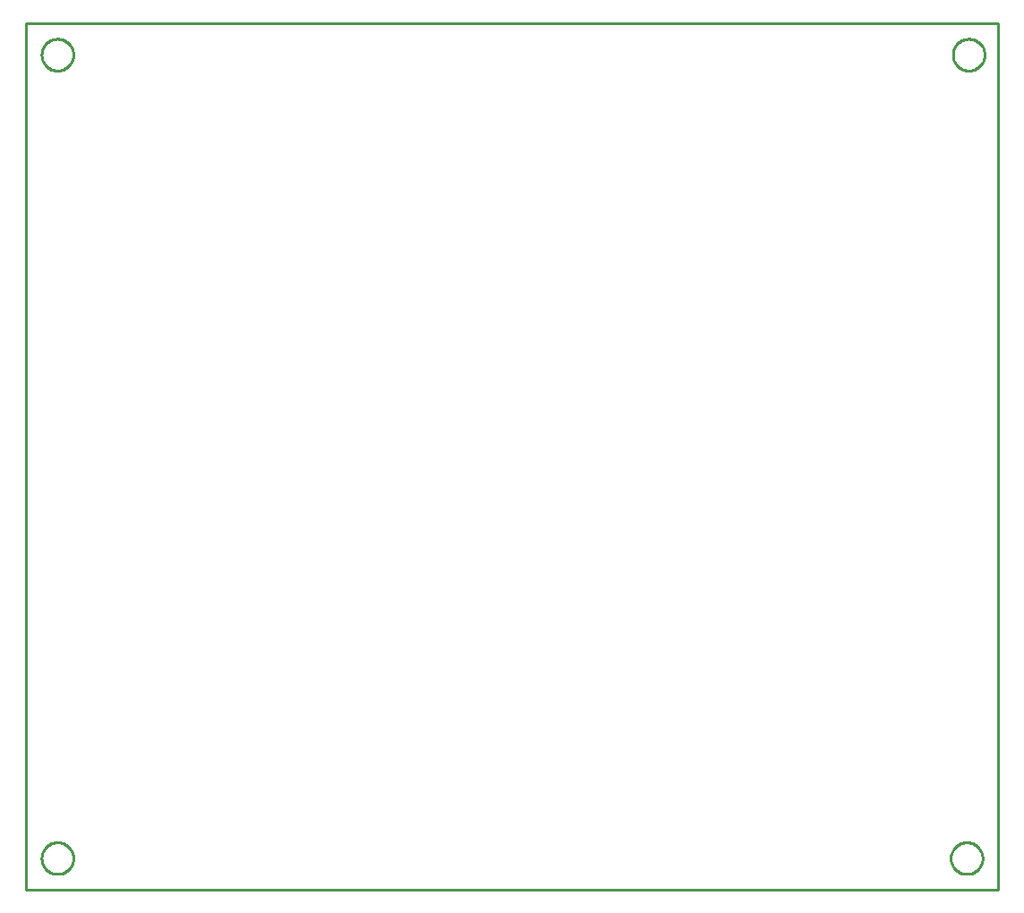
<source format=gbr>
G04 EAGLE Gerber X2 export*
%TF.Part,Single*%
%TF.FileFunction,Profile,NP*%
%TF.FilePolarity,Positive*%
%TF.GenerationSoftware,Autodesk,EAGLE,9.0.0*%
%TF.CreationDate,2019-09-24T12:48:38Z*%
G75*
%MOMM*%
%FSLAX34Y34*%
%LPD*%
%AMOC8*
5,1,8,0,0,1.08239X$1,22.5*%
G01*
%ADD10C,0.254000*%


D10*
X120000Y-20000D02*
X1040000Y-20000D01*
X1040000Y800000D01*
X120000Y800000D01*
X120000Y-20000D01*
X165000Y769464D02*
X164924Y768396D01*
X164771Y767335D01*
X164543Y766288D01*
X164241Y765260D01*
X163867Y764256D01*
X163422Y763281D01*
X162908Y762341D01*
X162329Y761440D01*
X161687Y760582D01*
X160985Y759772D01*
X160228Y759015D01*
X159418Y758313D01*
X158560Y757671D01*
X157659Y757092D01*
X156719Y756578D01*
X155744Y756133D01*
X154740Y755759D01*
X153712Y755457D01*
X152665Y755229D01*
X151604Y755076D01*
X150536Y755000D01*
X149464Y755000D01*
X148396Y755076D01*
X147335Y755229D01*
X146288Y755457D01*
X145260Y755759D01*
X144256Y756133D01*
X143281Y756578D01*
X142341Y757092D01*
X141440Y757671D01*
X140582Y758313D01*
X139772Y759015D01*
X139015Y759772D01*
X138313Y760582D01*
X137671Y761440D01*
X137092Y762341D01*
X136578Y763281D01*
X136133Y764256D01*
X135759Y765260D01*
X135457Y766288D01*
X135229Y767335D01*
X135076Y768396D01*
X135000Y769464D01*
X135000Y770536D01*
X135076Y771604D01*
X135229Y772665D01*
X135457Y773712D01*
X135759Y774740D01*
X136133Y775744D01*
X136578Y776719D01*
X137092Y777659D01*
X137671Y778560D01*
X138313Y779418D01*
X139015Y780228D01*
X139772Y780985D01*
X140582Y781687D01*
X141440Y782329D01*
X142341Y782908D01*
X143281Y783422D01*
X144256Y783867D01*
X145260Y784241D01*
X146288Y784543D01*
X147335Y784771D01*
X148396Y784924D01*
X149464Y785000D01*
X150536Y785000D01*
X151604Y784924D01*
X152665Y784771D01*
X153712Y784543D01*
X154740Y784241D01*
X155744Y783867D01*
X156719Y783422D01*
X157659Y782908D01*
X158560Y782329D01*
X159418Y781687D01*
X160228Y780985D01*
X160985Y780228D01*
X161687Y779418D01*
X162329Y778560D01*
X162908Y777659D01*
X163422Y776719D01*
X163867Y775744D01*
X164241Y774740D01*
X164543Y773712D01*
X164771Y772665D01*
X164924Y771604D01*
X165000Y770536D01*
X165000Y769464D01*
X165000Y9464D02*
X164924Y8396D01*
X164771Y7335D01*
X164543Y6288D01*
X164241Y5260D01*
X163867Y4256D01*
X163422Y3281D01*
X162908Y2341D01*
X162329Y1440D01*
X161687Y582D01*
X160985Y-228D01*
X160228Y-985D01*
X159418Y-1687D01*
X158560Y-2329D01*
X157659Y-2908D01*
X156719Y-3422D01*
X155744Y-3867D01*
X154740Y-4241D01*
X153712Y-4543D01*
X152665Y-4771D01*
X151604Y-4924D01*
X150536Y-5000D01*
X149464Y-5000D01*
X148396Y-4924D01*
X147335Y-4771D01*
X146288Y-4543D01*
X145260Y-4241D01*
X144256Y-3867D01*
X143281Y-3422D01*
X142341Y-2908D01*
X141440Y-2329D01*
X140582Y-1687D01*
X139772Y-985D01*
X139015Y-228D01*
X138313Y582D01*
X137671Y1440D01*
X137092Y2341D01*
X136578Y3281D01*
X136133Y4256D01*
X135759Y5260D01*
X135457Y6288D01*
X135229Y7335D01*
X135076Y8396D01*
X135000Y9464D01*
X135000Y10536D01*
X135076Y11604D01*
X135229Y12665D01*
X135457Y13712D01*
X135759Y14740D01*
X136133Y15744D01*
X136578Y16719D01*
X137092Y17659D01*
X137671Y18560D01*
X138313Y19418D01*
X139015Y20228D01*
X139772Y20985D01*
X140582Y21687D01*
X141440Y22329D01*
X142341Y22908D01*
X143281Y23422D01*
X144256Y23867D01*
X145260Y24241D01*
X146288Y24543D01*
X147335Y24771D01*
X148396Y24924D01*
X149464Y25000D01*
X150536Y25000D01*
X151604Y24924D01*
X152665Y24771D01*
X153712Y24543D01*
X154740Y24241D01*
X155744Y23867D01*
X156719Y23422D01*
X157659Y22908D01*
X158560Y22329D01*
X159418Y21687D01*
X160228Y20985D01*
X160985Y20228D01*
X161687Y19418D01*
X162329Y18560D01*
X162908Y17659D01*
X163422Y16719D01*
X163867Y15744D01*
X164241Y14740D01*
X164543Y13712D01*
X164771Y12665D01*
X164924Y11604D01*
X165000Y10536D01*
X165000Y9464D01*
X1027000Y769464D02*
X1026924Y768396D01*
X1026771Y767335D01*
X1026543Y766288D01*
X1026241Y765260D01*
X1025867Y764256D01*
X1025422Y763281D01*
X1024908Y762341D01*
X1024329Y761440D01*
X1023687Y760582D01*
X1022985Y759772D01*
X1022228Y759015D01*
X1021418Y758313D01*
X1020560Y757671D01*
X1019659Y757092D01*
X1018719Y756578D01*
X1017744Y756133D01*
X1016740Y755759D01*
X1015712Y755457D01*
X1014665Y755229D01*
X1013604Y755076D01*
X1012536Y755000D01*
X1011464Y755000D01*
X1010396Y755076D01*
X1009335Y755229D01*
X1008288Y755457D01*
X1007260Y755759D01*
X1006256Y756133D01*
X1005281Y756578D01*
X1004341Y757092D01*
X1003440Y757671D01*
X1002582Y758313D01*
X1001772Y759015D01*
X1001015Y759772D01*
X1000313Y760582D01*
X999671Y761440D01*
X999092Y762341D01*
X998578Y763281D01*
X998133Y764256D01*
X997759Y765260D01*
X997457Y766288D01*
X997229Y767335D01*
X997076Y768396D01*
X997000Y769464D01*
X997000Y770536D01*
X997076Y771604D01*
X997229Y772665D01*
X997457Y773712D01*
X997759Y774740D01*
X998133Y775744D01*
X998578Y776719D01*
X999092Y777659D01*
X999671Y778560D01*
X1000313Y779418D01*
X1001015Y780228D01*
X1001772Y780985D01*
X1002582Y781687D01*
X1003440Y782329D01*
X1004341Y782908D01*
X1005281Y783422D01*
X1006256Y783867D01*
X1007260Y784241D01*
X1008288Y784543D01*
X1009335Y784771D01*
X1010396Y784924D01*
X1011464Y785000D01*
X1012536Y785000D01*
X1013604Y784924D01*
X1014665Y784771D01*
X1015712Y784543D01*
X1016740Y784241D01*
X1017744Y783867D01*
X1018719Y783422D01*
X1019659Y782908D01*
X1020560Y782329D01*
X1021418Y781687D01*
X1022228Y780985D01*
X1022985Y780228D01*
X1023687Y779418D01*
X1024329Y778560D01*
X1024908Y777659D01*
X1025422Y776719D01*
X1025867Y775744D01*
X1026241Y774740D01*
X1026543Y773712D01*
X1026771Y772665D01*
X1026924Y771604D01*
X1027000Y770536D01*
X1027000Y769464D01*
X1025000Y9464D02*
X1024924Y8396D01*
X1024771Y7335D01*
X1024543Y6288D01*
X1024241Y5260D01*
X1023867Y4256D01*
X1023422Y3281D01*
X1022908Y2341D01*
X1022329Y1440D01*
X1021687Y582D01*
X1020985Y-228D01*
X1020228Y-985D01*
X1019418Y-1687D01*
X1018560Y-2329D01*
X1017659Y-2908D01*
X1016719Y-3422D01*
X1015744Y-3867D01*
X1014740Y-4241D01*
X1013712Y-4543D01*
X1012665Y-4771D01*
X1011604Y-4924D01*
X1010536Y-5000D01*
X1009464Y-5000D01*
X1008396Y-4924D01*
X1007335Y-4771D01*
X1006288Y-4543D01*
X1005260Y-4241D01*
X1004256Y-3867D01*
X1003281Y-3422D01*
X1002341Y-2908D01*
X1001440Y-2329D01*
X1000582Y-1687D01*
X999772Y-985D01*
X999015Y-228D01*
X998313Y582D01*
X997671Y1440D01*
X997092Y2341D01*
X996578Y3281D01*
X996133Y4256D01*
X995759Y5260D01*
X995457Y6288D01*
X995229Y7335D01*
X995076Y8396D01*
X995000Y9464D01*
X995000Y10536D01*
X995076Y11604D01*
X995229Y12665D01*
X995457Y13712D01*
X995759Y14740D01*
X996133Y15744D01*
X996578Y16719D01*
X997092Y17659D01*
X997671Y18560D01*
X998313Y19418D01*
X999015Y20228D01*
X999772Y20985D01*
X1000582Y21687D01*
X1001440Y22329D01*
X1002341Y22908D01*
X1003281Y23422D01*
X1004256Y23867D01*
X1005260Y24241D01*
X1006288Y24543D01*
X1007335Y24771D01*
X1008396Y24924D01*
X1009464Y25000D01*
X1010536Y25000D01*
X1011604Y24924D01*
X1012665Y24771D01*
X1013712Y24543D01*
X1014740Y24241D01*
X1015744Y23867D01*
X1016719Y23422D01*
X1017659Y22908D01*
X1018560Y22329D01*
X1019418Y21687D01*
X1020228Y20985D01*
X1020985Y20228D01*
X1021687Y19418D01*
X1022329Y18560D01*
X1022908Y17659D01*
X1023422Y16719D01*
X1023867Y15744D01*
X1024241Y14740D01*
X1024543Y13712D01*
X1024771Y12665D01*
X1024924Y11604D01*
X1025000Y10536D01*
X1025000Y9464D01*
X165000Y769464D02*
X164924Y768396D01*
X164771Y767335D01*
X164543Y766288D01*
X164241Y765260D01*
X163867Y764256D01*
X163422Y763281D01*
X162908Y762341D01*
X162329Y761440D01*
X161687Y760582D01*
X160985Y759772D01*
X160228Y759015D01*
X159418Y758313D01*
X158560Y757671D01*
X157659Y757092D01*
X156719Y756578D01*
X155744Y756133D01*
X154740Y755759D01*
X153712Y755457D01*
X152665Y755229D01*
X151604Y755076D01*
X150536Y755000D01*
X149464Y755000D01*
X148396Y755076D01*
X147335Y755229D01*
X146288Y755457D01*
X145260Y755759D01*
X144256Y756133D01*
X143281Y756578D01*
X142341Y757092D01*
X141440Y757671D01*
X140582Y758313D01*
X139772Y759015D01*
X139015Y759772D01*
X138313Y760582D01*
X137671Y761440D01*
X137092Y762341D01*
X136578Y763281D01*
X136133Y764256D01*
X135759Y765260D01*
X135457Y766288D01*
X135229Y767335D01*
X135076Y768396D01*
X135000Y769464D01*
X135000Y770536D01*
X135076Y771604D01*
X135229Y772665D01*
X135457Y773712D01*
X135759Y774740D01*
X136133Y775744D01*
X136578Y776719D01*
X137092Y777659D01*
X137671Y778560D01*
X138313Y779418D01*
X139015Y780228D01*
X139772Y780985D01*
X140582Y781687D01*
X141440Y782329D01*
X142341Y782908D01*
X143281Y783422D01*
X144256Y783867D01*
X145260Y784241D01*
X146288Y784543D01*
X147335Y784771D01*
X148396Y784924D01*
X149464Y785000D01*
X150536Y785000D01*
X151604Y784924D01*
X152665Y784771D01*
X153712Y784543D01*
X154740Y784241D01*
X155744Y783867D01*
X156719Y783422D01*
X157659Y782908D01*
X158560Y782329D01*
X159418Y781687D01*
X160228Y780985D01*
X160985Y780228D01*
X161687Y779418D01*
X162329Y778560D01*
X162908Y777659D01*
X163422Y776719D01*
X163867Y775744D01*
X164241Y774740D01*
X164543Y773712D01*
X164771Y772665D01*
X164924Y771604D01*
X165000Y770536D01*
X165000Y769464D01*
X165000Y9464D02*
X164924Y8396D01*
X164771Y7335D01*
X164543Y6288D01*
X164241Y5260D01*
X163867Y4256D01*
X163422Y3281D01*
X162908Y2341D01*
X162329Y1440D01*
X161687Y582D01*
X160985Y-228D01*
X160228Y-985D01*
X159418Y-1687D01*
X158560Y-2329D01*
X157659Y-2908D01*
X156719Y-3422D01*
X155744Y-3867D01*
X154740Y-4241D01*
X153712Y-4543D01*
X152665Y-4771D01*
X151604Y-4924D01*
X150536Y-5000D01*
X149464Y-5000D01*
X148396Y-4924D01*
X147335Y-4771D01*
X146288Y-4543D01*
X145260Y-4241D01*
X144256Y-3867D01*
X143281Y-3422D01*
X142341Y-2908D01*
X141440Y-2329D01*
X140582Y-1687D01*
X139772Y-985D01*
X139015Y-228D01*
X138313Y582D01*
X137671Y1440D01*
X137092Y2341D01*
X136578Y3281D01*
X136133Y4256D01*
X135759Y5260D01*
X135457Y6288D01*
X135229Y7335D01*
X135076Y8396D01*
X135000Y9464D01*
X135000Y10536D01*
X135076Y11604D01*
X135229Y12665D01*
X135457Y13712D01*
X135759Y14740D01*
X136133Y15744D01*
X136578Y16719D01*
X137092Y17659D01*
X137671Y18560D01*
X138313Y19418D01*
X139015Y20228D01*
X139772Y20985D01*
X140582Y21687D01*
X141440Y22329D01*
X142341Y22908D01*
X143281Y23422D01*
X144256Y23867D01*
X145260Y24241D01*
X146288Y24543D01*
X147335Y24771D01*
X148396Y24924D01*
X149464Y25000D01*
X150536Y25000D01*
X151604Y24924D01*
X152665Y24771D01*
X153712Y24543D01*
X154740Y24241D01*
X155744Y23867D01*
X156719Y23422D01*
X157659Y22908D01*
X158560Y22329D01*
X159418Y21687D01*
X160228Y20985D01*
X160985Y20228D01*
X161687Y19418D01*
X162329Y18560D01*
X162908Y17659D01*
X163422Y16719D01*
X163867Y15744D01*
X164241Y14740D01*
X164543Y13712D01*
X164771Y12665D01*
X164924Y11604D01*
X165000Y10536D01*
X165000Y9464D01*
X1027000Y769464D02*
X1026924Y768396D01*
X1026771Y767335D01*
X1026543Y766288D01*
X1026241Y765260D01*
X1025867Y764256D01*
X1025422Y763281D01*
X1024908Y762341D01*
X1024329Y761440D01*
X1023687Y760582D01*
X1022985Y759772D01*
X1022228Y759015D01*
X1021418Y758313D01*
X1020560Y757671D01*
X1019659Y757092D01*
X1018719Y756578D01*
X1017744Y756133D01*
X1016740Y755759D01*
X1015712Y755457D01*
X1014665Y755229D01*
X1013604Y755076D01*
X1012536Y755000D01*
X1011464Y755000D01*
X1010396Y755076D01*
X1009335Y755229D01*
X1008288Y755457D01*
X1007260Y755759D01*
X1006256Y756133D01*
X1005281Y756578D01*
X1004341Y757092D01*
X1003440Y757671D01*
X1002582Y758313D01*
X1001772Y759015D01*
X1001015Y759772D01*
X1000313Y760582D01*
X999671Y761440D01*
X999092Y762341D01*
X998578Y763281D01*
X998133Y764256D01*
X997759Y765260D01*
X997457Y766288D01*
X997229Y767335D01*
X997076Y768396D01*
X997000Y769464D01*
X997000Y770536D01*
X997076Y771604D01*
X997229Y772665D01*
X997457Y773712D01*
X997759Y774740D01*
X998133Y775744D01*
X998578Y776719D01*
X999092Y777659D01*
X999671Y778560D01*
X1000313Y779418D01*
X1001015Y780228D01*
X1001772Y780985D01*
X1002582Y781687D01*
X1003440Y782329D01*
X1004341Y782908D01*
X1005281Y783422D01*
X1006256Y783867D01*
X1007260Y784241D01*
X1008288Y784543D01*
X1009335Y784771D01*
X1010396Y784924D01*
X1011464Y785000D01*
X1012536Y785000D01*
X1013604Y784924D01*
X1014665Y784771D01*
X1015712Y784543D01*
X1016740Y784241D01*
X1017744Y783867D01*
X1018719Y783422D01*
X1019659Y782908D01*
X1020560Y782329D01*
X1021418Y781687D01*
X1022228Y780985D01*
X1022985Y780228D01*
X1023687Y779418D01*
X1024329Y778560D01*
X1024908Y777659D01*
X1025422Y776719D01*
X1025867Y775744D01*
X1026241Y774740D01*
X1026543Y773712D01*
X1026771Y772665D01*
X1026924Y771604D01*
X1027000Y770536D01*
X1027000Y769464D01*
X1025000Y9464D02*
X1024924Y8396D01*
X1024771Y7335D01*
X1024543Y6288D01*
X1024241Y5260D01*
X1023867Y4256D01*
X1023422Y3281D01*
X1022908Y2341D01*
X1022329Y1440D01*
X1021687Y582D01*
X1020985Y-228D01*
X1020228Y-985D01*
X1019418Y-1687D01*
X1018560Y-2329D01*
X1017659Y-2908D01*
X1016719Y-3422D01*
X1015744Y-3867D01*
X1014740Y-4241D01*
X1013712Y-4543D01*
X1012665Y-4771D01*
X1011604Y-4924D01*
X1010536Y-5000D01*
X1009464Y-5000D01*
X1008396Y-4924D01*
X1007335Y-4771D01*
X1006288Y-4543D01*
X1005260Y-4241D01*
X1004256Y-3867D01*
X1003281Y-3422D01*
X1002341Y-2908D01*
X1001440Y-2329D01*
X1000582Y-1687D01*
X999772Y-985D01*
X999015Y-228D01*
X998313Y582D01*
X997671Y1440D01*
X997092Y2341D01*
X996578Y3281D01*
X996133Y4256D01*
X995759Y5260D01*
X995457Y6288D01*
X995229Y7335D01*
X995076Y8396D01*
X995000Y9464D01*
X995000Y10536D01*
X995076Y11604D01*
X995229Y12665D01*
X995457Y13712D01*
X995759Y14740D01*
X996133Y15744D01*
X996578Y16719D01*
X997092Y17659D01*
X997671Y18560D01*
X998313Y19418D01*
X999015Y20228D01*
X999772Y20985D01*
X1000582Y21687D01*
X1001440Y22329D01*
X1002341Y22908D01*
X1003281Y23422D01*
X1004256Y23867D01*
X1005260Y24241D01*
X1006288Y24543D01*
X1007335Y24771D01*
X1008396Y24924D01*
X1009464Y25000D01*
X1010536Y25000D01*
X1011604Y24924D01*
X1012665Y24771D01*
X1013712Y24543D01*
X1014740Y24241D01*
X1015744Y23867D01*
X1016719Y23422D01*
X1017659Y22908D01*
X1018560Y22329D01*
X1019418Y21687D01*
X1020228Y20985D01*
X1020985Y20228D01*
X1021687Y19418D01*
X1022329Y18560D01*
X1022908Y17659D01*
X1023422Y16719D01*
X1023867Y15744D01*
X1024241Y14740D01*
X1024543Y13712D01*
X1024771Y12665D01*
X1024924Y11604D01*
X1025000Y10536D01*
X1025000Y9464D01*
M02*

</source>
